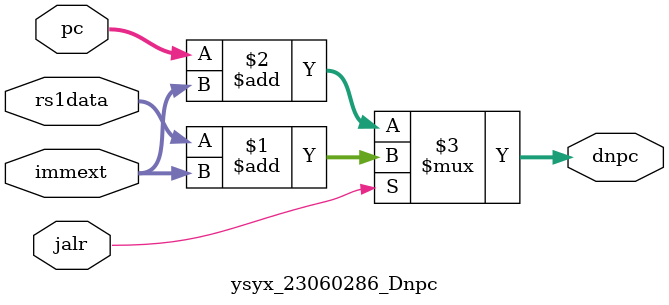
<source format=v>
module ysyx_23060286_Dnpc (
    input [31:0] pc,
    input [31:0] immext,
    input [31:0] rs1data,
    input jalr,
    output [31:0] dnpc
);
    assign dnpc= jalr? rs1data+immext:pc+immext;
endmodule

</source>
